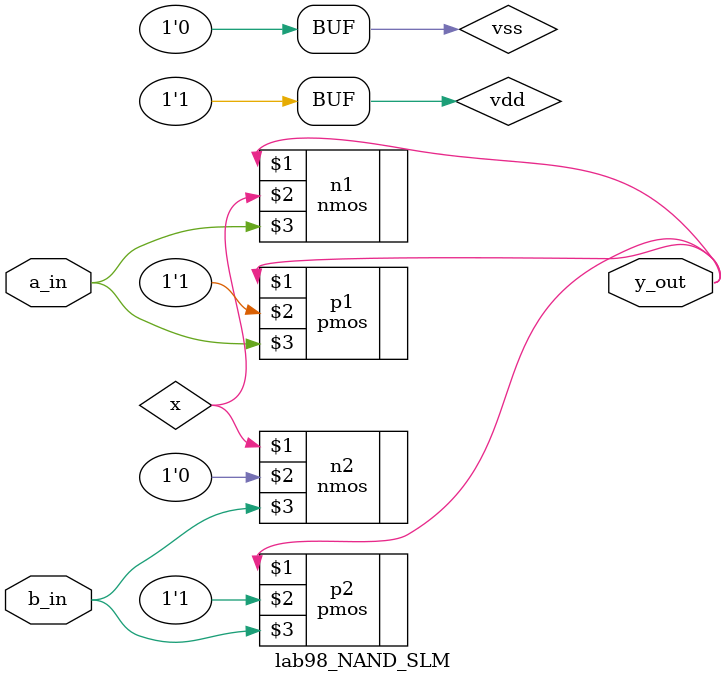
<source format=v>
`timescale 1ns / 1ps


module lab98_NAND_SLM(
        input a_in, b_in,
        output y_out
    );
    wire x;
    
    supply1 vdd;
    supply0 vss;
    
    pmos p1(y_out, vdd, a_in);
    pmos p2(y_out, vdd, b_in);
    
    nmos n1(y_out, x, a_in);
    nmos n2(x, vss, b_in);

endmodule

</source>
